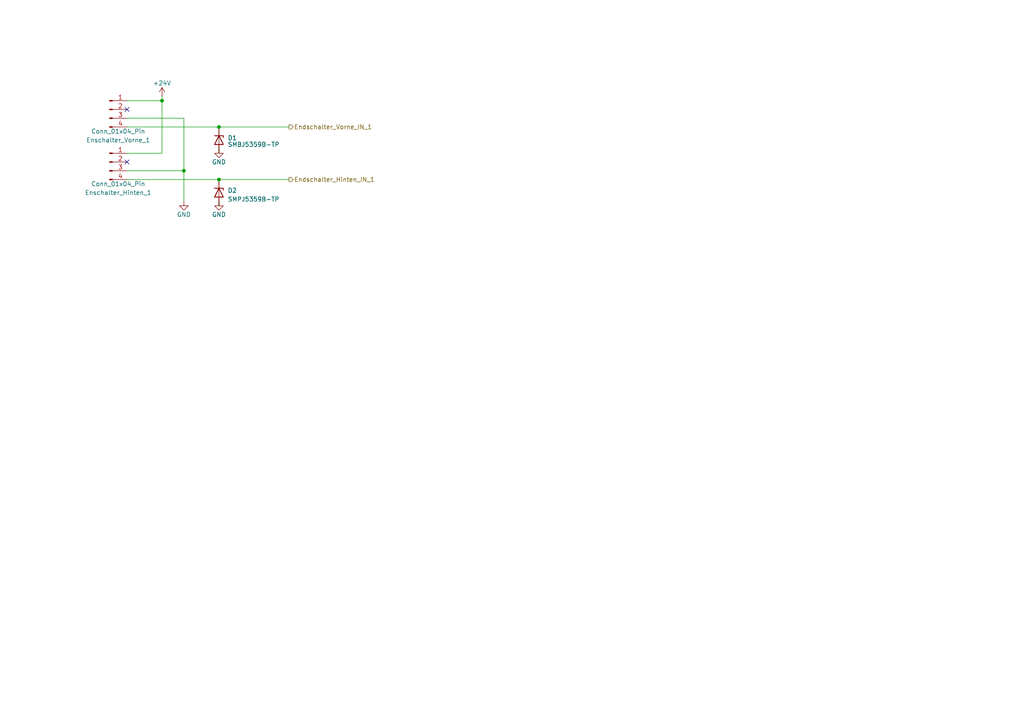
<source format=kicad_sch>
(kicad_sch (version 20230121) (generator eeschema)
  (paper "A4")
  (lib_symbols
    (symbol "Connector:Conn_01x04_Pin" (pin_names (offset 1.016) hide)
      (property "Reference" "J" (at 0 5.08 0))
      (property "Value" "Conn_01x04_Pin" (at 0 -7.62 0))
      (symbol "Conn_01x04_Pin_1_1"
        (polyline (pts (xy 1.27 -5.08) (xy 0.8636 -5.08)) (stroke (width 0.1524)))
        (polyline (pts (xy 1.27 -2.54) (xy 0.8636 -2.54)) (stroke (width 0.1524)))
        (polyline (pts (xy 1.27 0) (xy 0.8636 0)) (stroke (width 0.1524)))
        (polyline (pts (xy 1.27 2.54) (xy 0.8636 2.54)) (stroke (width 0.1524)))
        (rectangle (start 0.8636 -4.953) (end 0 -5.207) (stroke (width 0.1524)) (fill (type outline)))
        (rectangle (start 0.8636 -2.413) (end 0 -2.667) (stroke (width 0.1524)) (fill (type outline)))
        (rectangle (start 0.8636 0.127) (end 0 -0.127) (stroke (width 0.1524)) (fill (type outline)))
        (rectangle (start 0.8636 2.667) (end 0 2.413) (stroke (width 0.1524)) (fill (type outline)))
        (pin passive line (at 5.08 2.54 180) (length 3.81) (name "Pin_1") (number "1"))
        (pin passive line (at 5.08 0 180) (length 3.81) (name "Pin_2") (number "2"))
        (pin passive line (at 5.08 -2.54 180) (length 3.81) (name "Pin_3") (number "3"))
        (pin passive line (at 5.08 -5.08 180) (length 3.81) (name "Pin_4") (number "4"))
      )
    )
    (symbol "Diode:Z2SMBxxx" (pin_numbers hide) (pin_names hide)
      (property "Reference" "D" (at 0 2.54 0))
      (property "Value" "Z2SMBxxx" (at 0 -2.54 0))
      (symbol "Z2SMBxxx_0_1"
        (polyline (pts (xy 1.27 0) (xy -1.27 0)))
        (polyline (pts (xy -1.27 -1.27) (xy -1.27 1.27) (xy -0.762 1.27)) (stroke (width 0.254)))
        (polyline (pts (xy 1.27 -1.27) (xy 1.27 1.27) (xy -1.27 0) (xy 1.27 -1.27)) (stroke (width 0.254)))
      )
      (symbol "Z2SMBxxx_1_1"
        (pin passive line (at -3.81 0 0) (length 2.54) (name "K") (number "1"))
        (pin passive line (at 3.81 0 180) (length 2.54) (name "A") (number "2"))
      )
    )
    (symbol "power:+24V" (power) (pin_names (offset 0))
      (property "Value" "+24V" (at 0 3.556 0))
      (symbol "+24V_0_1"
        (polyline (pts (xy -0.762 1.27) (xy 0 2.54)))
        (polyline (pts (xy 0 0) (xy 0 2.54)))
        (polyline (pts (xy 0 2.54) (xy 0.762 1.27)))
      )
      (symbol "+24V_1_1"
        (pin power_in line (at 0 0 90) (length 0) hide (name "+24V") (number "1"))
      )
    )
    (symbol "power:GND" (power) (pin_names (offset 0))
      (property "Value" "GND" (at 0 -3.81 0))
      (symbol "GND_0_1"
        (polyline (pts (xy 0 0) (xy 0 -1.27) (xy 1.27 -1.27) (xy 0 -2.54) (xy -1.27 -1.27) (xy 0 -1.27)))
      )
      (symbol "GND_1_1"
        (pin power_in line (at 0 0 270) (length 0) hide (name "GND") (number "1"))
      )
    )
  )
  (junction (at 53.34 49.53))
  (junction (at 63.5 36.83))
  (junction (at 63.5 52.07))
  (junction (at 46.99 29.21))
  (no_connect (at 36.83 31.75))
  (no_connect (at 36.83 46.99))
  (wire (pts (xy 36.83 29.21) (xy 46.99 29.21)))
  (wire (pts (xy 53.34 34.29) (xy 53.34 49.53)))
  (wire (pts (xy 63.5 36.83) (xy 83.82 36.83)))
  (wire (pts (xy 53.34 49.53) (xy 53.34 58.42)))
  (wire (pts (xy 36.83 52.07) (xy 63.5 52.07)))
  (wire (pts (xy 36.83 36.83) (xy 63.5 36.83)))
  (wire (pts (xy 46.99 44.45) (xy 46.99 29.21)))
  (wire (pts (xy 36.83 44.45) (xy 46.99 44.45)))
  (wire (pts (xy 36.83 34.29) (xy 53.34 34.29)))
  (wire (pts (xy 63.5 52.07) (xy 83.82 52.07)))
  (wire (pts (xy 36.83 49.53) (xy 53.34 49.53)))
  (wire (pts (xy 46.99 27.94) (xy 46.99 29.21)))
  (wire (pts (xy 63.5 59.69) (xy 63.5 58.42)))
  (wire (pts (xy 63.5 44.45) (xy 63.5 43.18)))
  (hierarchical_label "Endschalter_Hinten_IN_1" (shape output) (at 83.82 52.07 0))
  (hierarchical_label "Endschalter_Vorne_IN_1" (shape output) (at 83.82 36.83 0))
  (symbol (lib_id "power:+24V") (at 46.99 27.94 0) (unit 1)
    (property "Reference" "#PWR04" (effects hide))
    (property "Value" "+24V" (at 46.99 24.13 0))
    (instances (project "STM32_F439ZI_Shield" (path "" (reference "#PWR04") (unit 1)) (path "" (reference "#PWR03") (unit 1))))
  )
  (symbol (lib_id "Diode:Z2SMBxxx") (at 63.5 40.64 270) (unit 1)
    (property "Reference" "D1" (at 66.04 40.005 90) (effects (justify left)))
    (property "Value" "SMBJ5359B-TP" (at 66.04 41.91 90) (effects (justify left)))
    (property "Footprint" "Diode_SMD:D_SMB" (effects hide))
    (property "Datasheet" "https://diotec.com/tl_files/diotec/files/pdf/datasheets/z2smb1.pdf" (effects hide))
  )
  (symbol (lib_id "power:GND") (at 53.34 58.42 0) (unit 1)
    (property "Reference" "#PWR03" (effects hide))
    (property "Value" "GND" (at 53.34 62.23 0))
    (instances (project "STM32_F439ZI_Shield" (path "" (reference "#PWR03") (unit 1)) (path "" (reference "#PWR04") (unit 1))))
  )
  (symbol (lib_id "power:GND") (at 63.5 58.42 0) (unit 1)
    (property "Reference" "#PWR05" (effects hide))
    (property "Value" "GND" (at 63.5 62.23 0))
    (instances (project "STM32_F439ZI_Shield" (path "" (reference "#PWR05") (unit 1)) (path "" (reference "#PWR06") (unit 1))))
  )
  (symbol (lib_id "power:GND") (at 63.5 43.18 0) (unit 1)
    (property "Reference" "#PWR06" (effects hide))
    (property "Value" "GND" (at 63.5 46.99 0))
    (instances (project "STM32_F439ZI_Shield" (path "" (reference "#PWR06") (unit 1)) (path "" (reference "#PWR05") (unit 1))))
  )
  (symbol (lib_id "Connector:Conn_01x04_Pin") (at 31.75 46.99 0) (unit 1)
    (property "Reference" "Enschalter_Hinten_1" (at 34.29 55.88 0))
    (property "Value" "Conn_01x04_Pin" (at 34.29 53.34 0))
    (property "Footprint" "Connector_Phoenix_MSTB:PhoenixContact_MSTBA_2,5_4-G-5,08_1x04_P5.08mm_Horizontal" (effects hide))
  )
  (symbol (lib_id "Diode:Z2SMBxxx") (at 63.5 55.88 270) (unit 1)
    (property "Reference" "D2" (at 66.04 55.245 90) (effects (justify left)))
    (property "Value" "SMPJ5359B-TP" (at 66.04 57.785 90) (effects (justify left)))
    (property "Footprint" "Diode_SMD:D_SMB" (effects hide))
    (property "Datasheet" "https://diotec.com/tl_files/diotec/files/pdf/datasheets/z2smb1.pdf" (effects hide))
  )
  (symbol (lib_id "Connector:Conn_01x04_Pin") (at 31.75 31.75 0) (unit 1)
    (property "Reference" "Enschalter_Vorne_1" (at 34.29 40.64 0))
    (property "Value" "Conn_01x04_Pin" (at 34.29 38.1 0))
    (property "Footprint" "Connector_Phoenix_MSTB:PhoenixContact_MSTBA_2,5_4-G-5,08_1x04_P5.08mm_Horizontal" (effects hide))
  )
)
</source>
